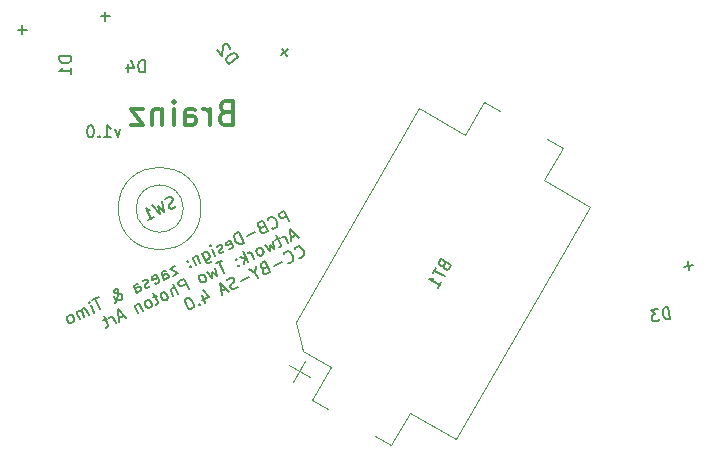
<source format=gbr>
%TF.GenerationSoftware,KiCad,Pcbnew,(6.0.10)*%
%TF.CreationDate,2022-12-29T11:48:08+01:00*%
%TF.ProjectId,brainBadge,62726169-6e42-4616-9467-652e6b696361,rev?*%
%TF.SameCoordinates,Original*%
%TF.FileFunction,Legend,Bot*%
%TF.FilePolarity,Positive*%
%FSLAX46Y46*%
G04 Gerber Fmt 4.6, Leading zero omitted, Abs format (unit mm)*
G04 Created by KiCad (PCBNEW (6.0.10)) date 2022-12-29 11:48:08*
%MOMM*%
%LPD*%
G01*
G04 APERTURE LIST*
%ADD10C,0.150000*%
%ADD11C,0.300000*%
%ADD12C,0.120000*%
G04 APERTURE END LIST*
D10*
X124706616Y-99342669D02*
X124283998Y-98436361D01*
X123938738Y-98597358D01*
X123872548Y-98680765D01*
X123849515Y-98744047D01*
X123846607Y-98850487D01*
X123906981Y-98979960D01*
X123990388Y-99046150D01*
X124053670Y-99069183D01*
X124160109Y-99072091D01*
X124505370Y-98911093D01*
X123242169Y-99920468D02*
X123305451Y-99943501D01*
X123455048Y-99926284D01*
X123541364Y-99886035D01*
X123650711Y-99782503D01*
X123696777Y-99655939D01*
X123699685Y-99549499D01*
X123662344Y-99356745D01*
X123601970Y-99227272D01*
X123478314Y-99074767D01*
X123394907Y-99008576D01*
X123268342Y-98962511D01*
X123118745Y-98979727D01*
X123032430Y-99019976D01*
X122923082Y-99123508D01*
X122900050Y-99186790D01*
X122370527Y-99854045D02*
X122261179Y-99957577D01*
X122238146Y-100020859D01*
X122235238Y-100127299D01*
X122295612Y-100256771D01*
X122379019Y-100322962D01*
X122442301Y-100345994D01*
X122548741Y-100348903D01*
X122894001Y-100187905D01*
X122471383Y-99281597D01*
X122169280Y-99422470D01*
X122103090Y-99505877D01*
X122080057Y-99569159D01*
X122077149Y-99675599D01*
X122117398Y-99761914D01*
X122200805Y-99828104D01*
X122264087Y-99851137D01*
X122370527Y-99854045D01*
X122672629Y-99713172D01*
X121826696Y-100265263D02*
X121136175Y-100587258D01*
X120865598Y-101133765D02*
X120442979Y-100227457D01*
X120227192Y-100328081D01*
X120117844Y-100431612D01*
X120071778Y-100558177D01*
X120068870Y-100664616D01*
X120106211Y-100857371D01*
X120166585Y-100986844D01*
X120290242Y-101139349D01*
X120373648Y-101205539D01*
X120500213Y-101251605D01*
X120649810Y-101234388D01*
X120865598Y-101133765D01*
X119593905Y-101674223D02*
X119700345Y-101677131D01*
X119872975Y-101596633D01*
X119939165Y-101513226D01*
X119942073Y-101406786D01*
X119781076Y-101061526D01*
X119697669Y-100995336D01*
X119591229Y-100992427D01*
X119418599Y-101072926D01*
X119352409Y-101156333D01*
X119349501Y-101262773D01*
X119389750Y-101349088D01*
X119861575Y-101234156D01*
X119205487Y-101855345D02*
X119139297Y-101938752D01*
X118966667Y-102019251D01*
X118860227Y-102016343D01*
X118776820Y-101950152D01*
X118756696Y-101906995D01*
X118759604Y-101800555D01*
X118825794Y-101717148D01*
X118955267Y-101656774D01*
X119021457Y-101573367D01*
X119024365Y-101466928D01*
X119004241Y-101423770D01*
X118920834Y-101357580D01*
X118814394Y-101354672D01*
X118684922Y-101415046D01*
X118618731Y-101498453D01*
X118448777Y-102260747D02*
X118167031Y-101656542D01*
X118026159Y-101354439D02*
X118089441Y-101377472D01*
X118066408Y-101440754D01*
X118003126Y-101417721D01*
X118026159Y-101354439D01*
X118066408Y-101440754D01*
X117347039Y-102038911D02*
X117689158Y-102772588D01*
X117772565Y-102838779D01*
X117835847Y-102861812D01*
X117942287Y-102864720D01*
X118071759Y-102804346D01*
X118137950Y-102720939D01*
X117608659Y-102599958D02*
X117715099Y-102602867D01*
X117887729Y-102522368D01*
X117953920Y-102438961D01*
X117976952Y-102375679D01*
X117979861Y-102269239D01*
X117859112Y-102010294D01*
X117775706Y-101944104D01*
X117712423Y-101921071D01*
X117605984Y-101918163D01*
X117433354Y-101998661D01*
X117367163Y-102082068D01*
X116915463Y-102240158D02*
X117197209Y-102844363D01*
X116955713Y-102326473D02*
X116892431Y-102303440D01*
X116785991Y-102300532D01*
X116656518Y-102360906D01*
X116590328Y-102444312D01*
X116587420Y-102550752D01*
X116808791Y-103025485D01*
X116336967Y-103140417D02*
X116313934Y-103203699D01*
X116377216Y-103226732D01*
X116400249Y-103163449D01*
X116336967Y-103140417D01*
X116377216Y-103226732D01*
X116115595Y-102665684D02*
X116092563Y-102728966D01*
X116155845Y-102751999D01*
X116178878Y-102688717D01*
X116115595Y-102665684D01*
X116155845Y-102751999D01*
X115059690Y-103105519D02*
X114584958Y-103326890D01*
X115341436Y-103709724D01*
X114866703Y-103931095D01*
X114133026Y-104273215D02*
X113911654Y-103798482D01*
X113914562Y-103692043D01*
X113980753Y-103608636D01*
X114153383Y-103528137D01*
X114259822Y-103531045D01*
X114112901Y-104230057D02*
X114219341Y-104232966D01*
X114435128Y-104132342D01*
X114501318Y-104048935D01*
X114504227Y-103942496D01*
X114463977Y-103856181D01*
X114380570Y-103789990D01*
X114274131Y-103787082D01*
X114058343Y-103887705D01*
X113951903Y-103884797D01*
X113336066Y-104592302D02*
X113442505Y-104595210D01*
X113615135Y-104514711D01*
X113681326Y-104431304D01*
X113684234Y-104324865D01*
X113523236Y-103979604D01*
X113439830Y-103913414D01*
X113333390Y-103910506D01*
X113160760Y-103991005D01*
X113094569Y-104074411D01*
X113091661Y-104180851D01*
X113131911Y-104267166D01*
X113603735Y-104152234D01*
X112947648Y-104773424D02*
X112881458Y-104856831D01*
X112708828Y-104937329D01*
X112602388Y-104934421D01*
X112518981Y-104868231D01*
X112498856Y-104825073D01*
X112501764Y-104718634D01*
X112567955Y-104635227D01*
X112697427Y-104574853D01*
X112763618Y-104491446D01*
X112766526Y-104385006D01*
X112746401Y-104341849D01*
X112662994Y-104275658D01*
X112556555Y-104272750D01*
X112427082Y-104333124D01*
X112360892Y-104416531D01*
X111802520Y-105359948D02*
X111581148Y-104885215D01*
X111584056Y-104778775D01*
X111650247Y-104695368D01*
X111822877Y-104614870D01*
X111929317Y-104617778D01*
X111782395Y-105316790D02*
X111888835Y-105319698D01*
X112104622Y-105219075D01*
X112170813Y-105135668D01*
X112173721Y-105029228D01*
X112133472Y-104942913D01*
X112050065Y-104876723D01*
X111943625Y-104873815D01*
X111727837Y-104974438D01*
X111621398Y-104971530D01*
X109946747Y-106225309D02*
X109989904Y-106205184D01*
X110056095Y-106121777D01*
X110125193Y-105931931D01*
X110220233Y-105572362D01*
X110246174Y-105402640D01*
X110228957Y-105253043D01*
X110188708Y-105166728D01*
X110105301Y-105100538D01*
X109998861Y-105097630D01*
X109955704Y-105117754D01*
X109889513Y-105201161D01*
X109886605Y-105307601D01*
X109906730Y-105350758D01*
X109990137Y-105416949D01*
X110053419Y-105439982D01*
X110392863Y-105491863D01*
X110456145Y-105514896D01*
X110539552Y-105581087D01*
X110599926Y-105710559D01*
X110597018Y-105816999D01*
X110573985Y-105880281D01*
X110507794Y-105963688D01*
X110378322Y-106024062D01*
X110271882Y-106021154D01*
X110208600Y-105998121D01*
X109998629Y-105885865D01*
X109895097Y-105776517D01*
X109854848Y-105690202D01*
X108574663Y-105761744D02*
X108056773Y-106003240D01*
X108738336Y-106788800D02*
X108315718Y-105882492D01*
X108177289Y-107050421D02*
X107895543Y-106446215D01*
X107754670Y-106144113D02*
X107817953Y-106167146D01*
X107794920Y-106230428D01*
X107731638Y-106207395D01*
X107754670Y-106144113D01*
X107794920Y-106230428D01*
X107745714Y-107251667D02*
X107463968Y-106647462D01*
X107504217Y-106733777D02*
X107440935Y-106710744D01*
X107334495Y-106707836D01*
X107205023Y-106768210D01*
X107138833Y-106851617D01*
X107135924Y-106958057D01*
X107357296Y-107432790D01*
X107135924Y-106958057D02*
X107052518Y-106891867D01*
X106946078Y-106888958D01*
X106816605Y-106949332D01*
X106750415Y-107032739D01*
X106747507Y-107139179D01*
X106968878Y-107613912D01*
X106407831Y-107875533D02*
X106474021Y-107792126D01*
X106497054Y-107728843D01*
X106499962Y-107622404D01*
X106379214Y-107363459D01*
X106295807Y-107297268D01*
X106232525Y-107274235D01*
X106126085Y-107271327D01*
X105996613Y-107331701D01*
X105930422Y-107415108D01*
X105907389Y-107478390D01*
X105904481Y-107584830D01*
X106025229Y-107843775D01*
X106108636Y-107909966D01*
X106171918Y-107932998D01*
X106278358Y-107935907D01*
X106407831Y-107875533D01*
X125309441Y-100522755D02*
X124877866Y-100724002D01*
X125516504Y-100741451D02*
X124791783Y-99976015D01*
X124912299Y-101023196D01*
X124610196Y-101164069D02*
X124328451Y-100559864D01*
X124408949Y-100732494D02*
X124325542Y-100666303D01*
X124262260Y-100643270D01*
X124155821Y-100640362D01*
X124069506Y-100680612D01*
X123896875Y-100761110D02*
X123551615Y-100922108D01*
X123626530Y-100519382D02*
X123988774Y-101296217D01*
X123985866Y-101402657D01*
X123919676Y-101486064D01*
X123833361Y-101526313D01*
X123335828Y-101022731D02*
X123444943Y-101707435D01*
X123071066Y-101356359D01*
X123099683Y-101868433D01*
X122645308Y-101344726D01*
X122452320Y-102170303D02*
X122518511Y-102086896D01*
X122541544Y-102023614D01*
X122544452Y-101917174D01*
X122423704Y-101658229D01*
X122340297Y-101592039D01*
X122277015Y-101569006D01*
X122170575Y-101566098D01*
X122041102Y-101626472D01*
X121974912Y-101709878D01*
X121951879Y-101773161D01*
X121948971Y-101879600D01*
X122069719Y-102138545D01*
X122153126Y-102204736D01*
X122216408Y-102227769D01*
X122322848Y-102230677D01*
X122452320Y-102170303D01*
X121761800Y-102492298D02*
X121480055Y-101888092D01*
X121560553Y-102060722D02*
X121477147Y-101994532D01*
X121413864Y-101971499D01*
X121307425Y-101968591D01*
X121221110Y-102008840D01*
X121200753Y-102753918D02*
X120778134Y-101847611D01*
X120953440Y-102448908D02*
X120855492Y-102914916D01*
X120573747Y-102310711D02*
X121080004Y-102494973D01*
X120426825Y-103009723D02*
X120403793Y-103073005D01*
X120467075Y-103096038D01*
X120490108Y-103032756D01*
X120426825Y-103009723D01*
X120467075Y-103096038D01*
X120205454Y-102534990D02*
X120182421Y-102598272D01*
X120245703Y-102621305D01*
X120268736Y-102558023D01*
X120205454Y-102534990D01*
X120245703Y-102621305D01*
X119051834Y-102652598D02*
X118533944Y-102894094D01*
X119215507Y-103679654D02*
X118792889Y-102773346D01*
X118459029Y-103296820D02*
X118568144Y-103981524D01*
X118194267Y-103630447D01*
X118222884Y-104142521D01*
X117768509Y-103618815D01*
X117575521Y-104444391D02*
X117641712Y-104360985D01*
X117664745Y-104297702D01*
X117667653Y-104191263D01*
X117546905Y-103932318D01*
X117463498Y-103866127D01*
X117400216Y-103843094D01*
X117293776Y-103840186D01*
X117164303Y-103900560D01*
X117098113Y-103983967D01*
X117075080Y-104047249D01*
X117072172Y-104153689D01*
X117192920Y-104412634D01*
X117276327Y-104478825D01*
X117339609Y-104501857D01*
X117446049Y-104504766D01*
X117575521Y-104444391D01*
X116194481Y-105088381D02*
X115771863Y-104182073D01*
X115426603Y-104343071D01*
X115360412Y-104426478D01*
X115337379Y-104489760D01*
X115334471Y-104596200D01*
X115394845Y-104725672D01*
X115478252Y-104791863D01*
X115541534Y-104814895D01*
X115647974Y-104817804D01*
X115993234Y-104656806D01*
X115288173Y-105510999D02*
X114865555Y-104604692D01*
X114899756Y-105692122D02*
X114678384Y-105217389D01*
X114681292Y-105110949D01*
X114747483Y-105027542D01*
X114876955Y-104967168D01*
X114983395Y-104970076D01*
X115046677Y-104993109D01*
X114338708Y-105953742D02*
X114404898Y-105870336D01*
X114427931Y-105807053D01*
X114430839Y-105700614D01*
X114310091Y-105441669D01*
X114226684Y-105375478D01*
X114163402Y-105352445D01*
X114056962Y-105349537D01*
X113927490Y-105409911D01*
X113861299Y-105493318D01*
X113838267Y-105556600D01*
X113835358Y-105663040D01*
X113956107Y-105921985D01*
X114039513Y-105988175D01*
X114102796Y-106011208D01*
X114209235Y-106014116D01*
X114338708Y-105953742D01*
X113495915Y-105611158D02*
X113150655Y-105772155D01*
X113225569Y-105369429D02*
X113587814Y-106146265D01*
X113584905Y-106252704D01*
X113518715Y-106336111D01*
X113432400Y-106376361D01*
X113000825Y-106577607D02*
X113067015Y-106494201D01*
X113090048Y-106430918D01*
X113092956Y-106324479D01*
X112972208Y-106065534D01*
X112888801Y-105999343D01*
X112825519Y-105976310D01*
X112719079Y-105973402D01*
X112589607Y-106033776D01*
X112523417Y-106117183D01*
X112500384Y-106180465D01*
X112497476Y-106286905D01*
X112618224Y-106545850D01*
X112701631Y-106612041D01*
X112764913Y-106635073D01*
X112871352Y-106637982D01*
X113000825Y-106577607D01*
X112028559Y-106295397D02*
X112310305Y-106899602D01*
X112068809Y-106381712D02*
X112005526Y-106358679D01*
X111899087Y-106355771D01*
X111769614Y-106416145D01*
X111703424Y-106499552D01*
X111700516Y-106605992D01*
X111921887Y-107080724D01*
X110722201Y-107324896D02*
X110290626Y-107526143D01*
X110929264Y-107543592D02*
X110204543Y-106778157D01*
X110325059Y-107825338D01*
X110022957Y-107966210D02*
X109741211Y-107362005D01*
X109821710Y-107534635D02*
X109738303Y-107468445D01*
X109675021Y-107445412D01*
X109568581Y-107442504D01*
X109482266Y-107482753D01*
X109309636Y-107563252D02*
X108964376Y-107724249D01*
X109039291Y-107321523D02*
X109401535Y-108098359D01*
X109398627Y-108204798D01*
X109332436Y-108288205D01*
X109246121Y-108328455D01*
X125509307Y-102416162D02*
X125572589Y-102439195D01*
X125722186Y-102421978D01*
X125808501Y-102381729D01*
X125917849Y-102278197D01*
X125963915Y-102151633D01*
X125966823Y-102045193D01*
X125929482Y-101852438D01*
X125869108Y-101722966D01*
X125745452Y-101570460D01*
X125662045Y-101504270D01*
X125535480Y-101458204D01*
X125385883Y-101475421D01*
X125299568Y-101515670D01*
X125190220Y-101619202D01*
X125167187Y-101682484D01*
X124602999Y-102838780D02*
X124666281Y-102861813D01*
X124815878Y-102844596D01*
X124902194Y-102804347D01*
X125011541Y-102700815D01*
X125057607Y-102574251D01*
X125060515Y-102467811D01*
X125023174Y-102275057D01*
X124962800Y-102145584D01*
X124839144Y-101993079D01*
X124755737Y-101926888D01*
X124629172Y-101880823D01*
X124479575Y-101898039D01*
X124393260Y-101938288D01*
X124283912Y-102041820D01*
X124260880Y-102105102D01*
X124093833Y-102760957D02*
X123403313Y-103082952D01*
X122609261Y-103295599D02*
X122499914Y-103399130D01*
X122476881Y-103462413D01*
X122473973Y-103568852D01*
X122534347Y-103698325D01*
X122617753Y-103764515D01*
X122681036Y-103787548D01*
X122787475Y-103790456D01*
X123132735Y-103629459D01*
X122710117Y-102723151D01*
X122408015Y-102864024D01*
X122341824Y-102947431D01*
X122318791Y-103010713D01*
X122315883Y-103117152D01*
X122356133Y-103203468D01*
X122439539Y-103269658D01*
X122502822Y-103292691D01*
X122609261Y-103295599D01*
X122911364Y-103154726D01*
X121852551Y-103701001D02*
X122053798Y-104132576D01*
X121933282Y-103085395D02*
X121852551Y-103701001D01*
X121329077Y-103367141D01*
X121288595Y-104069061D02*
X120598075Y-104391056D01*
X120350530Y-104874281D02*
X120241182Y-104977812D01*
X120025394Y-105078436D01*
X119918955Y-105075527D01*
X119855673Y-105052495D01*
X119772266Y-104986304D01*
X119732016Y-104899989D01*
X119734924Y-104793550D01*
X119757957Y-104730267D01*
X119824148Y-104646860D01*
X119976653Y-104523204D01*
X120042843Y-104439797D01*
X120065876Y-104376515D01*
X120068784Y-104270075D01*
X120028535Y-104183760D01*
X119945128Y-104117570D01*
X119881846Y-104094537D01*
X119775406Y-104091629D01*
X119559619Y-104192253D01*
X119450271Y-104295784D01*
X119386756Y-105060987D02*
X118955181Y-105262233D01*
X119593819Y-105279682D02*
X118869098Y-104514247D01*
X118989614Y-105561428D01*
X117326828Y-105601212D02*
X117608574Y-106205418D01*
X117381618Y-105155329D02*
X117899276Y-105702068D01*
X117338228Y-105963689D01*
X117093592Y-106340474D02*
X117070559Y-106403756D01*
X117133841Y-106426789D01*
X117156874Y-106363507D01*
X117093592Y-106340474D01*
X117133841Y-106426789D01*
X116107018Y-105802227D02*
X116020703Y-105842476D01*
X115954512Y-105925883D01*
X115931479Y-105989165D01*
X115928571Y-106095605D01*
X115965912Y-106288360D01*
X116066536Y-106504147D01*
X116190192Y-106656653D01*
X116273599Y-106722843D01*
X116336881Y-106745876D01*
X116443321Y-106748784D01*
X116529636Y-106708535D01*
X116595826Y-106625128D01*
X116618859Y-106561846D01*
X116621767Y-106455406D01*
X116584426Y-106262651D01*
X116483803Y-106046864D01*
X116360146Y-105894358D01*
X116276739Y-105828168D01*
X116213457Y-105805135D01*
X116107018Y-105802227D01*
X110428571Y-91535714D02*
X110190476Y-92202380D01*
X109952380Y-91535714D01*
X109047619Y-92202380D02*
X109619047Y-92202380D01*
X109333333Y-92202380D02*
X109333333Y-91202380D01*
X109428571Y-91345238D01*
X109523809Y-91440476D01*
X109619047Y-91488095D01*
X108619047Y-92107142D02*
X108571428Y-92154761D01*
X108619047Y-92202380D01*
X108666666Y-92154761D01*
X108619047Y-92107142D01*
X108619047Y-92202380D01*
X107952380Y-91202380D02*
X107857142Y-91202380D01*
X107761904Y-91250000D01*
X107714285Y-91297619D01*
X107666666Y-91392857D01*
X107619047Y-91583333D01*
X107619047Y-91821428D01*
X107666666Y-92011904D01*
X107714285Y-92107142D01*
X107761904Y-92154761D01*
X107857142Y-92202380D01*
X107952380Y-92202380D01*
X108047619Y-92154761D01*
X108095238Y-92107142D01*
X108142857Y-92011904D01*
X108190476Y-91821428D01*
X108190476Y-91583333D01*
X108142857Y-91392857D01*
X108095238Y-91297619D01*
X108047619Y-91250000D01*
X107952380Y-91202380D01*
D11*
X119321428Y-90107142D02*
X119035714Y-90202380D01*
X118940476Y-90297619D01*
X118845238Y-90488095D01*
X118845238Y-90773809D01*
X118940476Y-90964285D01*
X119035714Y-91059523D01*
X119226190Y-91154761D01*
X119988095Y-91154761D01*
X119988095Y-89154761D01*
X119321428Y-89154761D01*
X119130952Y-89250000D01*
X119035714Y-89345238D01*
X118940476Y-89535714D01*
X118940476Y-89726190D01*
X119035714Y-89916666D01*
X119130952Y-90011904D01*
X119321428Y-90107142D01*
X119988095Y-90107142D01*
X117988095Y-91154761D02*
X117988095Y-89821428D01*
X117988095Y-90202380D02*
X117892857Y-90011904D01*
X117797619Y-89916666D01*
X117607142Y-89821428D01*
X117416666Y-89821428D01*
X115892857Y-91154761D02*
X115892857Y-90107142D01*
X115988095Y-89916666D01*
X116178571Y-89821428D01*
X116559523Y-89821428D01*
X116750000Y-89916666D01*
X115892857Y-91059523D02*
X116083333Y-91154761D01*
X116559523Y-91154761D01*
X116750000Y-91059523D01*
X116845238Y-90869047D01*
X116845238Y-90678571D01*
X116750000Y-90488095D01*
X116559523Y-90392857D01*
X116083333Y-90392857D01*
X115892857Y-90297619D01*
X114940476Y-91154761D02*
X114940476Y-89821428D01*
X114940476Y-89154761D02*
X115035714Y-89250000D01*
X114940476Y-89345238D01*
X114845238Y-89250000D01*
X114940476Y-89154761D01*
X114940476Y-89345238D01*
X113988095Y-89821428D02*
X113988095Y-91154761D01*
X113988095Y-90011904D02*
X113892857Y-89916666D01*
X113702380Y-89821428D01*
X113416666Y-89821428D01*
X113226190Y-89916666D01*
X113130952Y-90107142D01*
X113130952Y-91154761D01*
X112369047Y-89821428D02*
X111321428Y-89821428D01*
X112369047Y-91154761D01*
X111321428Y-91154761D01*
D10*
%TO.C,BT1*%
X137830998Y-103033837D02*
X137800808Y-103181364D01*
X137818238Y-103246413D01*
X137876907Y-103335271D01*
X138000625Y-103406700D01*
X138106913Y-103413080D01*
X138171962Y-103395650D01*
X138260821Y-103336981D01*
X138451297Y-103007066D01*
X137585271Y-102507066D01*
X137418605Y-102795741D01*
X137412225Y-102902030D01*
X137429655Y-102967078D01*
X137488324Y-103055937D01*
X137570802Y-103103556D01*
X137677091Y-103109936D01*
X137742139Y-103092506D01*
X137830998Y-103033837D01*
X137997664Y-102745162D01*
X137156700Y-103249374D02*
X136870986Y-103744245D01*
X137879868Y-103996810D02*
X137013843Y-103496810D01*
X137308440Y-104986553D02*
X137594154Y-104491681D01*
X137451297Y-104739117D02*
X136585271Y-104239117D01*
X136756608Y-104228067D01*
X136886706Y-104193208D01*
X136975564Y-104134538D01*
%TO.C,D4*%
X112488095Y-86702380D02*
X112488095Y-85702380D01*
X112250000Y-85702380D01*
X112107142Y-85750000D01*
X112011904Y-85845238D01*
X111964285Y-85940476D01*
X111916666Y-86130952D01*
X111916666Y-86273809D01*
X111964285Y-86464285D01*
X112011904Y-86559523D01*
X112107142Y-86654761D01*
X112250000Y-86702380D01*
X112488095Y-86702380D01*
X111059523Y-86035714D02*
X111059523Y-86702380D01*
X111297619Y-85654761D02*
X111535714Y-86369047D01*
X110916666Y-86369047D01*
X109525952Y-81946428D02*
X108764047Y-81946428D01*
X109145000Y-82327380D02*
X109145000Y-81565476D01*
%TO.C,SW1*%
X115129471Y-98053347D02*
X115020123Y-98156879D01*
X114804335Y-98257502D01*
X114697896Y-98254594D01*
X114634613Y-98231561D01*
X114551206Y-98165371D01*
X114510957Y-98079056D01*
X114513865Y-97972616D01*
X114536898Y-97909334D01*
X114603088Y-97825927D01*
X114755594Y-97702271D01*
X114821784Y-97618864D01*
X114844817Y-97555582D01*
X114847725Y-97449142D01*
X114807476Y-97362827D01*
X114724069Y-97296637D01*
X114660787Y-97273604D01*
X114554347Y-97270696D01*
X114338559Y-97371319D01*
X114229212Y-97474851D01*
X113906984Y-97572566D02*
X114113815Y-98579497D01*
X113639315Y-98012633D01*
X113768555Y-98740495D01*
X113130149Y-97934810D01*
X112732775Y-99223487D02*
X113250665Y-98981991D01*
X112991720Y-99102739D02*
X112569101Y-98196431D01*
X112715790Y-98285654D01*
X112842355Y-98331720D01*
X112948795Y-98334628D01*
%TO.C,D3*%
X156998613Y-107564935D02*
X156824964Y-106580127D01*
X156590486Y-106621472D01*
X156458068Y-106693174D01*
X156380815Y-106803504D01*
X156350457Y-106905564D01*
X156336638Y-107101415D01*
X156361445Y-107242102D01*
X156441416Y-107421415D01*
X156504850Y-107506938D01*
X156615179Y-107584191D01*
X156764135Y-107606280D01*
X156998613Y-107564935D01*
X155933948Y-106737237D02*
X155324305Y-106844734D01*
X155718726Y-107162016D01*
X155578039Y-107186823D01*
X155492517Y-107250256D01*
X155453890Y-107305421D01*
X155423532Y-107407481D01*
X155464877Y-107641959D01*
X155528311Y-107727481D01*
X155583475Y-107766108D01*
X155685536Y-107796466D01*
X155966909Y-107746852D01*
X156052431Y-107683418D01*
X156091058Y-107628254D01*
X158883987Y-103037814D02*
X158133657Y-103170118D01*
X158574974Y-103479131D02*
X158442670Y-102728801D01*
%TO.C,D1*%
X106252380Y-85361904D02*
X105252380Y-85361904D01*
X105252380Y-85600000D01*
X105300000Y-85742857D01*
X105395238Y-85838095D01*
X105490476Y-85885714D01*
X105680952Y-85933333D01*
X105823809Y-85933333D01*
X106014285Y-85885714D01*
X106109523Y-85838095D01*
X106204761Y-85742857D01*
X106252380Y-85600000D01*
X106252380Y-85361904D01*
X106252380Y-86885714D02*
X106252380Y-86314285D01*
X106252380Y-86600000D02*
X105252380Y-86600000D01*
X105395238Y-86504761D01*
X105490476Y-86409523D01*
X105538095Y-86314285D01*
X102121428Y-82719047D02*
X102121428Y-83480952D01*
X102502380Y-83100000D02*
X101740476Y-83100000D01*
%TO.C,D2*%
X119589912Y-86020517D02*
X120355957Y-85377730D01*
X120202912Y-85195338D01*
X120074607Y-85116512D01*
X119940432Y-85104773D01*
X119836867Y-85129513D01*
X119660345Y-85215470D01*
X119550910Y-85307297D01*
X119435605Y-85466211D01*
X119393258Y-85563907D01*
X119381519Y-85698082D01*
X119436867Y-85838126D01*
X119589912Y-86020517D01*
X119670821Y-84709381D02*
X119676691Y-84642294D01*
X119651951Y-84538728D01*
X119498906Y-84356337D01*
X119401210Y-84313989D01*
X119334123Y-84308120D01*
X119230557Y-84332859D01*
X119157601Y-84394077D01*
X119078775Y-84522382D01*
X119008342Y-85327429D01*
X118610426Y-84853211D01*
X124072893Y-84714259D02*
X124562636Y-85297912D01*
X124609591Y-84761214D02*
X124025939Y-85250957D01*
D12*
%TO.C,BT1*%
X135718688Y-89770612D02*
X125268688Y-107870543D01*
X138831312Y-117779388D02*
X150181312Y-98120612D01*
X147884198Y-93099330D02*
X146541858Y-92324330D01*
X134934198Y-115529388D02*
X133334198Y-118300670D01*
X126444873Y-112533330D02*
X124712822Y-111533330D01*
X135718688Y-89770612D02*
X139615802Y-92020612D01*
X125268688Y-107870543D02*
X125927534Y-110329388D01*
X139615802Y-92020612D02*
X141215802Y-89249330D01*
X128265802Y-111679388D02*
X126665802Y-114450670D01*
X126665802Y-114450670D02*
X128008142Y-115225670D01*
X141215802Y-89249330D02*
X142558142Y-90024330D01*
X138831312Y-117779388D02*
X134934198Y-115529388D01*
X133334198Y-118300670D02*
X131991858Y-117525670D01*
X126078848Y-111167305D02*
X125078848Y-112899356D01*
X150181312Y-98120612D02*
X146284198Y-95870612D01*
X125927534Y-110329388D02*
X128265802Y-111679388D01*
X146284198Y-95870612D02*
X147884198Y-93099330D01*
%TO.C,SW1*%
X117250002Y-98250000D02*
G75*
G03*
X117250002Y-98250000I-3500001J0D01*
G01*
X115750002Y-98250000D02*
G75*
G03*
X115750002Y-98250000I-2000001J0D01*
G01*
%TD*%
M02*

</source>
